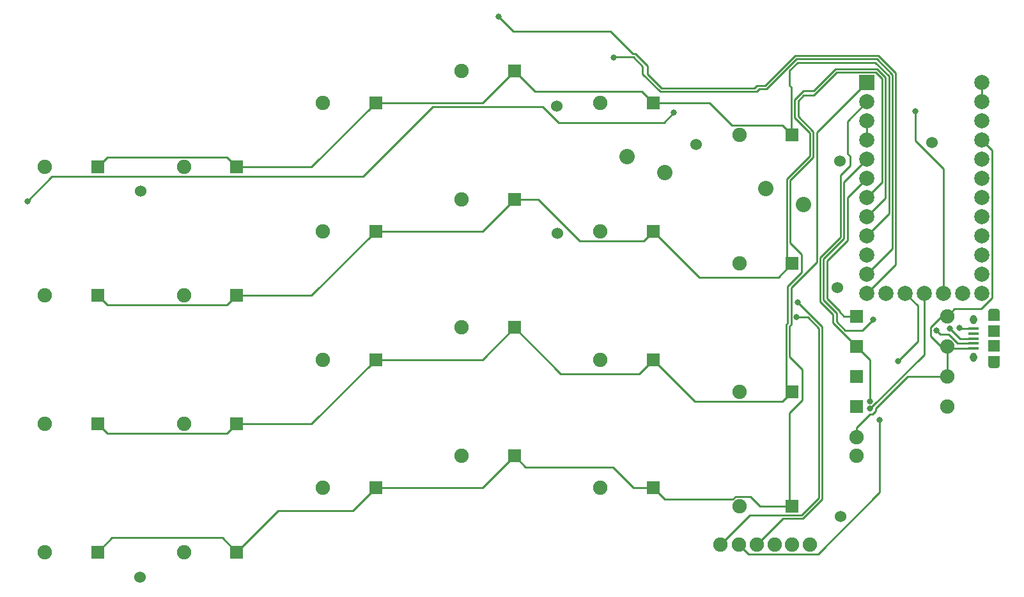
<source format=gbr>
%TF.GenerationSoftware,KiCad,Pcbnew,(6.0.4)*%
%TF.CreationDate,2024-05-03T15:54:37-07:00*%
%TF.ProjectId,left_staggered,6c656674-5f73-4746-9167-67657265642e,v1.0.0*%
%TF.SameCoordinates,Original*%
%TF.FileFunction,Copper,L1,Top*%
%TF.FilePolarity,Positive*%
%FSLAX46Y46*%
G04 Gerber Fmt 4.6, Leading zero omitted, Abs format (unit mm)*
G04 Created by KiCad (PCBNEW (6.0.4)) date 2024-05-03 15:54:37*
%MOMM*%
%LPD*%
G01*
G04 APERTURE LIST*
%TA.AperFunction,ComponentPad*%
%ADD10C,1.524000*%
%TD*%
%TA.AperFunction,ComponentPad*%
%ADD11C,1.905000*%
%TD*%
%TA.AperFunction,ComponentPad*%
%ADD12R,1.778000X1.778000*%
%TD*%
%TA.AperFunction,ComponentPad*%
%ADD13C,2.032000*%
%TD*%
%TA.AperFunction,ComponentPad*%
%ADD14R,2.000000X2.000000*%
%TD*%
%TA.AperFunction,ComponentPad*%
%ADD15C,2.000000*%
%TD*%
%TA.AperFunction,SMDPad,CuDef*%
%ADD16R,1.350000X0.400000*%
%TD*%
%TA.AperFunction,SMDPad,CuDef*%
%ADD17R,1.550000X1.500000*%
%TD*%
%TA.AperFunction,ComponentPad*%
%ADD18O,1.550000X0.890000*%
%TD*%
%TA.AperFunction,ComponentPad*%
%ADD19O,0.950000X1.250000*%
%TD*%
%TA.AperFunction,SMDPad,CuDef*%
%ADD20R,1.550000X1.200000*%
%TD*%
%TA.AperFunction,ViaPad*%
%ADD21C,0.800000*%
%TD*%
%TA.AperFunction,Conductor*%
%ADD22C,0.250000*%
%TD*%
G04 APERTURE END LIST*
D10*
%TO.P,,1*%
%TO.N,N/C*%
X269300000Y-119000000D03*
%TD*%
D11*
%TO.P,D4,1*%
%TO.N,outer_nums*%
X164000000Y-119800000D03*
D12*
%TO.P,D4,2*%
%TO.N,D7*%
X171000000Y-119800000D03*
%TD*%
D11*
%TO.P,D19,1*%
%TO.N,index_top*%
X237600000Y-128300000D03*
D12*
%TO.P,D19,2*%
%TO.N,C6*%
X244600000Y-128300000D03*
%TD*%
D13*
%TO.P,S2,1*%
%TO.N,inner_top*%
X264500000Y-124750000D03*
%TO.P,S2,2*%
%TO.N,E6*%
X259500000Y-122650000D03*
%TD*%
D11*
%TO.P,D11,1*%
%TO.N,ring_top*%
X200800000Y-128300000D03*
D12*
%TO.P,D11,2*%
%TO.N,C6*%
X207800000Y-128300000D03*
%TD*%
D11*
%TO.P,D25,1*%
%TO.N,VCC*%
X283500000Y-139550000D03*
D12*
%TO.P,D25,2*%
%TO.N,D0*%
X271500000Y-139550000D03*
%TD*%
D11*
%TO.P,D27,1*%
%TO.N,VCC*%
X283500000Y-147550000D03*
D12*
%TO.P,D27,2*%
%TO.N,D5*%
X271500000Y-147550000D03*
%TD*%
D11*
%TO.P,D9,1*%
%TO.N,ring_bottom*%
X200800000Y-162300000D03*
D12*
%TO.P,D9,2*%
%TO.N,D3*%
X207800000Y-162300000D03*
%TD*%
D11*
%TO.P,D23,1*%
%TO.N,inner_top*%
X256000000Y-132550000D03*
D12*
%TO.P,D23,2*%
%TO.N,C6*%
X263000000Y-132550000D03*
%TD*%
D10*
%TO.P,,1*%
%TO.N,N/C*%
X231800000Y-111700000D03*
%TD*%
%TO.P,,1*%
%TO.N,N/C*%
X269400000Y-166100000D03*
%TD*%
D11*
%TO.P,,1*%
%TO.N,F0*%
X253500000Y-169800000D03*
%TD*%
%TO.P,D13,1*%
%TO.N,middle_bottom*%
X219200000Y-158050000D03*
D12*
%TO.P,D13,2*%
%TO.N,D3*%
X226200000Y-158050000D03*
%TD*%
D10*
%TO.P,,1*%
%TO.N,N/C*%
X176700000Y-123000000D03*
%TD*%
D11*
%TO.P,,1*%
%TO.N,B5*%
X260700000Y-169800000D03*
%TD*%
%TO.P,D18,1*%
%TO.N,index_home*%
X237600000Y-145300000D03*
D12*
%TO.P,D18,2*%
%TO.N,D4*%
X244600000Y-145300000D03*
%TD*%
D11*
%TO.P,D7,1*%
%TO.N,pinky_top*%
X182400000Y-136800000D03*
D12*
%TO.P,D7,2*%
%TO.N,C6*%
X189400000Y-136800000D03*
%TD*%
D11*
%TO.P,D8,1*%
%TO.N,pinky_nums*%
X182400000Y-119800000D03*
D12*
%TO.P,D8,2*%
%TO.N,D7*%
X189400000Y-119800000D03*
%TD*%
D11*
%TO.P,REF\u002A\u002A,1*%
%TO.N,VCC*%
X271500000Y-155550000D03*
%TD*%
%TO.P,D2,1*%
%TO.N,outer_home*%
X164000000Y-153800000D03*
D12*
%TO.P,D2,2*%
%TO.N,D4*%
X171000000Y-153800000D03*
%TD*%
D11*
%TO.P,D26,1*%
%TO.N,VCC*%
X283500000Y-143550000D03*
D12*
%TO.P,D26,2*%
%TO.N,D2*%
X271500000Y-143550000D03*
%TD*%
D14*
%TO.P,,1*%
%TO.N,D3*%
X272880000Y-108580000D03*
D15*
%TO.P,,2*%
%TO.N,D2*%
X272880000Y-111120000D03*
%TO.P,,3*%
%TO.N,GND*%
X272880000Y-113660000D03*
%TO.P,,4*%
X272880000Y-116200000D03*
%TO.P,,5*%
%TO.N,D1*%
X272880000Y-118740000D03*
%TO.P,,6*%
%TO.N,D0*%
X272880000Y-121280000D03*
%TO.P,,7*%
%TO.N,D4*%
X272880000Y-123820000D03*
%TO.P,,8*%
%TO.N,C6*%
X272880000Y-126360000D03*
%TO.P,,9*%
%TO.N,D7*%
X272880000Y-128900000D03*
%TO.P,,10*%
%TO.N,E6*%
X272880000Y-131440000D03*
%TO.P,,11*%
%TO.N,B4*%
X272880000Y-133980000D03*
%TO.P,,12*%
%TO.N,B5*%
X272880000Y-136520000D03*
%TO.P,,13*%
%TO.N,B6*%
X288120000Y-136520000D03*
%TO.P,,14*%
%TO.N,B2*%
X288120000Y-133980000D03*
%TO.P,,15*%
%TO.N,B3*%
X288120000Y-131440000D03*
%TO.P,,16*%
%TO.N,B1*%
X288120000Y-128900000D03*
%TO.P,,17*%
%TO.N,F7*%
X288120000Y-126360000D03*
%TO.P,,18*%
%TO.N,F6*%
X288120000Y-123820000D03*
%TO.P,,19*%
%TO.N,F5*%
X288120000Y-121280000D03*
%TO.P,,20*%
%TO.N,F4*%
X288120000Y-118740000D03*
%TO.P,,21*%
%TO.N,VCC*%
X288120000Y-116200000D03*
%TO.P,,22*%
%TO.N,RST*%
X288120000Y-113660000D03*
%TO.P,,23*%
%TO.N,GND*%
X288120000Y-111120000D03*
%TO.P,,24*%
X288120000Y-108580000D03*
%TO.P,,25*%
%TO.N,B7*%
X275420000Y-136520000D03*
%TO.P,,26*%
%TO.N,D5*%
X277960000Y-136520000D03*
%TO.P,,27*%
%TO.N,C7*%
X280500000Y-136520000D03*
%TO.P,,28*%
%TO.N,F1*%
X283040000Y-136520000D03*
%TO.P,,29*%
%TO.N,F0*%
X285580000Y-136520000D03*
%TD*%
D10*
%TO.P,,1*%
%TO.N,N/C*%
X269000000Y-135800000D03*
%TD*%
D11*
%TO.P,D6,1*%
%TO.N,pinky_home*%
X182400000Y-153800000D03*
D12*
%TO.P,D6,2*%
%TO.N,D4*%
X189400000Y-153800000D03*
%TD*%
D11*
%TO.P,D5,1*%
%TO.N,pinky_bottom*%
X182400000Y-170800000D03*
D12*
%TO.P,D5,2*%
%TO.N,D3*%
X189400000Y-170800000D03*
%TD*%
D11*
%TO.P,D1,1*%
%TO.N,outer_bottom*%
X164000000Y-170800000D03*
D12*
%TO.P,D1,2*%
%TO.N,D3*%
X171000000Y-170800000D03*
%TD*%
D11*
%TO.P,D21,1*%
%TO.N,inner_bottom*%
X256000000Y-164700000D03*
D12*
%TO.P,D21,2*%
%TO.N,D3*%
X263000000Y-164700000D03*
%TD*%
D10*
%TO.P,,1*%
%TO.N,N/C*%
X176600000Y-174100000D03*
%TD*%
D11*
%TO.P,D10,1*%
%TO.N,ring_home*%
X200800000Y-145300000D03*
D12*
%TO.P,D10,2*%
%TO.N,D4*%
X207800000Y-145300000D03*
%TD*%
D11*
%TO.P,D24,1*%
%TO.N,inner_nums*%
X256000000Y-115550000D03*
D12*
%TO.P,D24,2*%
%TO.N,D7*%
X263000000Y-115550000D03*
%TD*%
D11*
%TO.P,,1*%
%TO.N,C7*%
X255900000Y-169800000D03*
%TD*%
%TO.P,REF\u002A\u002A,1*%
%TO.N,trackpoint_reset*%
X271500000Y-158050000D03*
%TD*%
D16*
%TO.P,,1*%
%TO.N,VCC*%
X287000000Y-143800000D03*
%TO.P,,2*%
%TO.N,D1*%
X287000000Y-143150000D03*
%TO.P,,3*%
%TO.N,D0*%
X287000000Y-142500000D03*
%TO.P,,4*%
%TO.N,N/C*%
X287000000Y-141850000D03*
%TO.P,,5*%
%TO.N,GND*%
X287000000Y-141200000D03*
D17*
%TO.P,,6*%
%TO.N,N/C*%
X289700000Y-141500000D03*
D18*
X289700000Y-139000000D03*
D17*
X289700000Y-143500000D03*
D19*
X287000000Y-140000000D03*
D20*
X289700000Y-139600000D03*
X289700000Y-145400000D03*
D18*
X289700000Y-146000000D03*
D19*
X287000000Y-145000000D03*
%TD*%
D11*
%TO.P,,1*%
%TO.N,B7*%
X258300000Y-169800000D03*
%TD*%
%TO.P,D16,1*%
%TO.N,middle_nums*%
X219200000Y-107050000D03*
D12*
%TO.P,D16,2*%
%TO.N,D7*%
X226200000Y-107050000D03*
%TD*%
D13*
%TO.P,S1,1*%
%TO.N,index_top*%
X246100000Y-120500000D03*
%TO.P,S1,2*%
%TO.N,B4*%
X241100000Y-118400000D03*
%TD*%
D10*
%TO.P,,1*%
%TO.N,N/C*%
X231900000Y-128600000D03*
%TD*%
D11*
%TO.P,D12,1*%
%TO.N,ring_nums*%
X200800000Y-111300000D03*
D12*
%TO.P,D12,2*%
%TO.N,D7*%
X207800000Y-111300000D03*
%TD*%
D11*
%TO.P,D3,1*%
%TO.N,outer_top*%
X164000000Y-136800000D03*
D12*
%TO.P,D3,2*%
%TO.N,C6*%
X171000000Y-136800000D03*
%TD*%
D11*
%TO.P,D15,1*%
%TO.N,middle_top*%
X219200000Y-124050000D03*
D12*
%TO.P,D15,2*%
%TO.N,C6*%
X226200000Y-124050000D03*
%TD*%
D11*
%TO.P,D28,1*%
%TO.N,trackpoint_reset*%
X283500000Y-151550000D03*
D12*
%TO.P,D28,2*%
%TO.N,GND*%
X271500000Y-151550000D03*
%TD*%
D11*
%TO.P,D14,1*%
%TO.N,middle_home*%
X219200000Y-141050000D03*
D12*
%TO.P,D14,2*%
%TO.N,D4*%
X226200000Y-141050000D03*
%TD*%
D10*
%TO.P,,1*%
%TO.N,N/C*%
X250300000Y-116800000D03*
%TD*%
D11*
%TO.P,D22,1*%
%TO.N,inner_home*%
X256000000Y-149550000D03*
D12*
%TO.P,D22,2*%
%TO.N,D4*%
X263000000Y-149550000D03*
%TD*%
D11*
%TO.P,,1*%
%TO.N,B4*%
X263000000Y-169800000D03*
%TD*%
%TO.P,,1*%
%TO.N,E6*%
X265300000Y-169800000D03*
%TD*%
%TO.P,D17,1*%
%TO.N,index_bottom*%
X237600000Y-162300000D03*
D12*
%TO.P,D17,2*%
%TO.N,D3*%
X244600000Y-162300000D03*
%TD*%
D11*
%TO.P,D20,1*%
%TO.N,index_nums*%
X237600000Y-111300000D03*
D12*
%TO.P,D20,2*%
%TO.N,D7*%
X244600000Y-111300000D03*
%TD*%
D10*
%TO.P,,1*%
%TO.N,N/C*%
X281500000Y-116550000D03*
%TD*%
D21*
%TO.N,B4*%
X239300000Y-105300000D03*
%TO.N,F1*%
X161687500Y-124312500D03*
X279300000Y-112400000D03*
X247300000Y-112600000D03*
%TO.N,C7*%
X273300000Y-151800000D03*
X274600000Y-153300000D03*
%TO.N,B7*%
X263700000Y-137700000D03*
%TO.N,B5*%
X224100000Y-99900000D03*
%TO.N,GND*%
X285100000Y-141100000D03*
%TO.N,D2*%
X273300000Y-150800000D03*
%TO.N,D1*%
X273700000Y-140000000D03*
X282100000Y-141400000D03*
%TO.N,D0*%
X283900000Y-141200000D03*
%TO.N,D5*%
X277000000Y-145500000D03*
%TO.N,F0*%
X263574020Y-139700000D03*
%TD*%
D22*
%TO.N,B4*%
X258295677Y-109800000D02*
X258634698Y-109460979D01*
X239389021Y-105210979D02*
X241965302Y-105210979D01*
X259552330Y-109460979D02*
X263537350Y-105475959D01*
X241965302Y-105210979D02*
X243189021Y-106434698D01*
X276248560Y-130611440D02*
X272880000Y-133980000D01*
X258634698Y-109460979D02*
X259552330Y-109460979D01*
X274183110Y-105475959D02*
X276248560Y-107541409D01*
X243189021Y-107489021D02*
X245500000Y-109800000D01*
X243189021Y-106434698D02*
X243189021Y-107489021D01*
X276248560Y-107541409D02*
X276248560Y-130611440D01*
X263537350Y-105475959D02*
X274183110Y-105475959D01*
X239300000Y-105300000D02*
X239389021Y-105210979D01*
X245500000Y-109800000D02*
X258295677Y-109800000D01*
%TO.N,F1*%
X246000000Y-113900000D02*
X247300000Y-112600000D01*
X283040000Y-120062152D02*
X283040000Y-136520000D01*
X164922989Y-121077011D02*
X206122015Y-121077011D01*
X161687500Y-124312500D02*
X164922989Y-121077011D01*
X215399026Y-111800000D02*
X229927848Y-111800000D01*
X206122015Y-121077011D02*
X215399026Y-111800000D01*
X232027848Y-113900000D02*
X246000000Y-113900000D01*
X279300000Y-116322152D02*
X283040000Y-120062152D01*
X279300000Y-112400000D02*
X279300000Y-116322152D01*
X229927848Y-111800000D02*
X232027848Y-113900000D01*
%TO.N,C7*%
X273324614Y-151800000D02*
X280500000Y-144624614D01*
X273300000Y-151800000D02*
X273324614Y-151800000D01*
X274600000Y-162900000D02*
X274600000Y-157100000D01*
X266422989Y-171077011D02*
X274600000Y-162900000D01*
X255900000Y-169800000D02*
X257177011Y-171077011D01*
X280500000Y-144624614D02*
X280500000Y-136520000D01*
X257177011Y-171077011D02*
X266422989Y-171077011D01*
X274600000Y-153300000D02*
X274600000Y-157100000D01*
X274600000Y-157100000D02*
X274600000Y-157400000D01*
%TO.N,B7*%
X266949520Y-163813220D02*
X264399709Y-166363031D01*
X264399709Y-166363031D02*
X261736969Y-166363031D01*
X263700000Y-137700000D02*
X266949520Y-140949520D01*
X261736969Y-166363031D02*
X258300000Y-169800000D01*
X266949520Y-140949520D02*
X266949520Y-163813220D01*
%TO.N,B5*%
X258339021Y-109011459D02*
X259366132Y-109011459D01*
X243817859Y-107482141D02*
X245686198Y-109350480D01*
X243817859Y-106368339D02*
X243817859Y-107482141D01*
X241860485Y-104761459D02*
X242210979Y-104761459D01*
X276700000Y-132700000D02*
X272880000Y-136520000D01*
X245686198Y-109350480D02*
X258000000Y-109350480D01*
X259366132Y-109011459D02*
X263351153Y-105026439D01*
X238923605Y-101824579D02*
X241860485Y-104761459D01*
X274369307Y-105026439D02*
X276700000Y-107357132D01*
X226024579Y-101824579D02*
X238923605Y-101824579D01*
X263351153Y-105026439D02*
X274369307Y-105026439D01*
X276700000Y-107357132D02*
X276700000Y-132700000D01*
X258000000Y-109350480D02*
X258339021Y-109011459D01*
X224100000Y-99900000D02*
X226024579Y-101824579D01*
X242210979Y-104761459D02*
X243817859Y-106368339D01*
%TO.N,D3*%
X227675421Y-159525421D02*
X239225421Y-159525421D01*
X266225421Y-132387318D02*
X266225421Y-115234579D01*
X187489021Y-168889021D02*
X189400000Y-170800000D01*
X263000000Y-164700000D02*
X262625479Y-164325479D01*
X262625479Y-164325479D02*
X262625479Y-152351543D01*
X262849520Y-140650480D02*
X262849520Y-135763220D01*
X239225421Y-159525421D02*
X242000000Y-162300000D01*
X255118613Y-163775421D02*
X255471044Y-163422989D01*
X226200000Y-158050000D02*
X227675421Y-159525421D01*
X257418666Y-163422989D02*
X258695677Y-164700000D01*
X171000000Y-170800000D02*
X172910979Y-168889021D01*
X262625479Y-140874521D02*
X262849520Y-140650480D01*
X255471044Y-163422989D02*
X257418666Y-163422989D01*
X246075421Y-163775421D02*
X255118613Y-163775421D01*
X204800000Y-165300000D02*
X207800000Y-162300000D01*
X262625479Y-152351543D02*
X264300000Y-150677022D01*
X172910979Y-168889021D02*
X187489021Y-168889021D01*
X244600000Y-162300000D02*
X246075421Y-163775421D01*
X262849520Y-135763220D02*
X266225421Y-132387318D01*
X189400000Y-170800000D02*
X194900000Y-165300000D01*
X262625479Y-144925479D02*
X262625479Y-140874521D01*
X266225421Y-115234579D02*
X272880000Y-108580000D01*
X258695677Y-164700000D02*
X263000000Y-164700000D01*
X242000000Y-162300000D02*
X244600000Y-162300000D01*
X221950000Y-162300000D02*
X226200000Y-158050000D01*
X264300000Y-146600000D02*
X262625479Y-144925479D01*
X207800000Y-162300000D02*
X221950000Y-162300000D01*
X264300000Y-150677022D02*
X264300000Y-146600000D01*
X194900000Y-165300000D02*
X204800000Y-165300000D01*
%TO.N,D4*%
X265839703Y-110324579D02*
X268908793Y-107255489D01*
X242700000Y-147200000D02*
X244600000Y-145300000D01*
X274055489Y-107255489D02*
X274900000Y-108100000D01*
X264492413Y-110324579D02*
X265839703Y-110324579D01*
X274900000Y-108100000D02*
X274900000Y-121800000D01*
X263774579Y-113098678D02*
X263774579Y-111042413D01*
X264213511Y-133763511D02*
X264213511Y-131336489D01*
X262175959Y-140688324D02*
X262400000Y-140464283D01*
X262400000Y-135577022D02*
X264213511Y-133763511D01*
X274900000Y-121800000D02*
X272880000Y-123820000D01*
X221950000Y-145300000D02*
X226200000Y-141050000D01*
X250127011Y-150827011D02*
X261722989Y-150827011D01*
X226200000Y-141050000D02*
X232350000Y-147200000D01*
X262709969Y-129832947D02*
X262709969Y-121554314D01*
X172277011Y-155077011D02*
X188122989Y-155077011D01*
X262175959Y-148725959D02*
X262175959Y-140688324D01*
X262400000Y-140464283D02*
X262400000Y-135577022D01*
X232350000Y-147200000D02*
X242700000Y-147200000D01*
X189400000Y-153800000D02*
X199300000Y-153800000D01*
X207800000Y-145300000D02*
X221950000Y-145300000D01*
X261722989Y-150827011D02*
X263000000Y-149550000D01*
X199300000Y-153800000D02*
X207800000Y-145300000D01*
X262709969Y-121554314D02*
X265775901Y-118488381D01*
X264213511Y-131336489D02*
X262709969Y-129832947D01*
X263774579Y-111042413D02*
X264492413Y-110324579D01*
X263000000Y-149550000D02*
X262175959Y-148725959D01*
X268908793Y-107255489D02*
X274055489Y-107255489D01*
X171000000Y-153800000D02*
X172277011Y-155077011D01*
X265775901Y-115100000D02*
X263774579Y-113098678D01*
X188122989Y-155077011D02*
X189400000Y-153800000D01*
X265775901Y-118488381D02*
X265775901Y-115100000D01*
X244600000Y-145300000D02*
X250127011Y-150827011D01*
%TO.N,C6*%
X221950000Y-128300000D02*
X226200000Y-124050000D01*
X250700000Y-134400000D02*
X261150000Y-134400000D01*
X264466993Y-109714282D02*
X265814282Y-109714282D01*
X244600000Y-128300000D02*
X250700000Y-134400000D01*
X274241686Y-106805969D02*
X275349520Y-107913803D01*
X275349520Y-107913803D02*
X275349520Y-123890480D01*
X261150000Y-134400000D02*
X263000000Y-132550000D01*
X199300000Y-136800000D02*
X207800000Y-128300000D01*
X188122989Y-138077011D02*
X189400000Y-136800000D01*
X263325059Y-113284875D02*
X263325059Y-110856216D01*
X265814282Y-109714282D02*
X268722596Y-106805969D01*
X265326381Y-118302185D02*
X265326381Y-115286198D01*
X229322152Y-124050000D02*
X234849163Y-129577011D01*
X262260449Y-121368117D02*
X265326381Y-118302185D01*
X172277011Y-138077011D02*
X188122989Y-138077011D01*
X268722596Y-106805969D02*
X274241686Y-106805969D01*
X262260449Y-131810449D02*
X262260449Y-121368117D01*
X171000000Y-136800000D02*
X172277011Y-138077011D01*
X207800000Y-128300000D02*
X221950000Y-128300000D01*
X275349520Y-123890480D02*
X272880000Y-126360000D01*
X263000000Y-132550000D02*
X262260449Y-131810449D01*
X263325059Y-110856216D02*
X264466993Y-109714282D01*
X226200000Y-124050000D02*
X229322152Y-124050000D01*
X243322989Y-129577011D02*
X244600000Y-128300000D01*
X234849163Y-129577011D02*
X243322989Y-129577011D01*
X265326381Y-115286198D02*
X263325059Y-113284875D01*
X189400000Y-136800000D02*
X199300000Y-136800000D01*
%TO.N,D7*%
X262875539Y-109224461D02*
X262625479Y-108974401D01*
X262625479Y-107023547D02*
X263723547Y-105925479D01*
X263000000Y-115550000D02*
X262875539Y-115425539D01*
X199300000Y-119800000D02*
X207800000Y-111300000D01*
X226200000Y-107050000D02*
X228950000Y-109800000D01*
X262625479Y-108974401D02*
X262625479Y-107023547D01*
X252016992Y-111300000D02*
X254989981Y-114272989D01*
X263723547Y-105925479D02*
X273996913Y-105925479D01*
X275799040Y-107727606D02*
X275799040Y-125980960D01*
X254989981Y-114272989D02*
X261722989Y-114272989D01*
X262875539Y-115425539D02*
X262875539Y-109224461D01*
X243100000Y-109800000D02*
X244600000Y-111300000D01*
X261722989Y-114272989D02*
X263000000Y-115550000D01*
X221950000Y-111300000D02*
X226200000Y-107050000D01*
X244600000Y-111300000D02*
X252016992Y-111300000D01*
X273996913Y-105925479D02*
X275799040Y-107727606D01*
X275799040Y-125980960D02*
X272880000Y-128900000D01*
X171000000Y-119800000D02*
X172277011Y-118522989D01*
X189400000Y-119800000D02*
X199300000Y-119800000D01*
X207800000Y-111300000D02*
X221950000Y-111300000D01*
X172277011Y-118522989D02*
X188122989Y-118522989D01*
X188122989Y-118522989D02*
X189400000Y-119800000D01*
X228950000Y-109800000D02*
X243100000Y-109800000D01*
%TO.N,GND*%
X285200000Y-141200000D02*
X285100000Y-141100000D01*
X287000000Y-141200000D02*
X285200000Y-141200000D01*
X272880000Y-113660000D02*
X272880000Y-116200000D01*
X288120000Y-108580000D02*
X288120000Y-111120000D01*
%TO.N,VCC*%
X271500000Y-154300000D02*
X271500000Y-155550000D01*
X284450000Y-138600000D02*
X283500000Y-139550000D01*
X289444511Y-117524511D02*
X289444511Y-137155489D01*
X283750000Y-143800000D02*
X287000000Y-143800000D01*
X278250000Y-147550000D02*
X274024511Y-151775489D01*
X281300000Y-142200000D02*
X282650000Y-143550000D01*
X273275489Y-152524511D02*
X271500000Y-154300000D01*
X274024511Y-152100103D02*
X273600103Y-152524511D01*
X289444511Y-137155489D02*
X288000000Y-138600000D01*
X288000000Y-138600000D02*
X284450000Y-138600000D01*
X283500000Y-143550000D02*
X283500000Y-147550000D01*
X282650000Y-143550000D02*
X283500000Y-143550000D01*
X283500000Y-139550000D02*
X282750000Y-139550000D01*
X281300000Y-141000000D02*
X281300000Y-142200000D01*
X288120000Y-116200000D02*
X289444511Y-117524511D01*
X283500000Y-143550000D02*
X283750000Y-143800000D01*
X274024511Y-151775489D02*
X274024511Y-152100103D01*
X273600103Y-152524511D02*
X273275489Y-152524511D01*
X282750000Y-139550000D02*
X281300000Y-141000000D01*
X283500000Y-147550000D02*
X278250000Y-147550000D01*
%TO.N,D2*%
X270694521Y-118422369D02*
X270694521Y-119577631D01*
X270694521Y-119577631D02*
X269400000Y-120872152D01*
X273300000Y-145350000D02*
X271500000Y-143550000D01*
X266700000Y-131800000D02*
X266700000Y-137600000D01*
X268400000Y-139300000D02*
X268400000Y-140450000D01*
X273300000Y-150800000D02*
X273300000Y-145350000D01*
X268400000Y-140450000D02*
X271500000Y-143550000D01*
X269400000Y-129100000D02*
X266700000Y-131800000D01*
X266700000Y-137600000D02*
X268400000Y-139300000D01*
X270286489Y-118014337D02*
X270694521Y-118422369D01*
X272880000Y-111120000D02*
X270286489Y-113713511D01*
X270286489Y-113713511D02*
X270286489Y-118014337D01*
X269400000Y-120872152D02*
X269400000Y-129100000D01*
%TO.N,D1*%
X284905967Y-143150000D02*
X283680478Y-141924511D01*
X267149520Y-137413802D02*
X267149520Y-131986198D01*
X269849520Y-121770480D02*
X272880000Y-118740000D01*
X282624511Y-141924511D02*
X282100000Y-141400000D01*
X269849520Y-129286198D02*
X269849520Y-121770480D01*
X287000000Y-143150000D02*
X284905967Y-143150000D01*
X267149520Y-131986198D02*
X269849520Y-129286198D01*
X272300000Y-141400000D02*
X269985718Y-141400000D01*
X268849520Y-139113803D02*
X267149520Y-137413802D01*
X273700000Y-140000000D02*
X272300000Y-141400000D01*
X283680478Y-141924511D02*
X282624511Y-141924511D01*
X269985718Y-141400000D02*
X268849520Y-140263802D01*
X268849520Y-140263802D02*
X268849520Y-139113803D01*
%TO.N,D0*%
X269850000Y-139550000D02*
X271500000Y-139550000D01*
X285200000Y-142500000D02*
X287000000Y-142500000D01*
X269299040Y-138999040D02*
X269850000Y-139550000D01*
X267599040Y-132172396D02*
X267599040Y-137227604D01*
X270299040Y-123860960D02*
X270299040Y-129472396D01*
X269299040Y-138927605D02*
X269299040Y-138999040D01*
X267599040Y-137227604D02*
X269299040Y-138927605D01*
X272880000Y-121280000D02*
X270299040Y-123860960D01*
X270299040Y-129472396D02*
X267599040Y-132172396D01*
X283900000Y-141200000D02*
X285200000Y-142500000D01*
%TO.N,D5*%
X277960000Y-136520000D02*
X279600000Y-138160000D01*
X279600000Y-142900000D02*
X277000000Y-145500000D01*
X279600000Y-138160000D02*
X279600000Y-142900000D01*
%TO.N,F0*%
X257386489Y-165913511D02*
X264213511Y-165913511D01*
X253500000Y-169800000D02*
X257386489Y-165913511D01*
X264213511Y-165913511D02*
X266500000Y-163627022D01*
X266500000Y-141149026D02*
X265050974Y-139700000D01*
X265050974Y-139700000D02*
X263574020Y-139700000D01*
X266500000Y-163627022D02*
X266500000Y-141149026D01*
%TD*%
M02*

</source>
